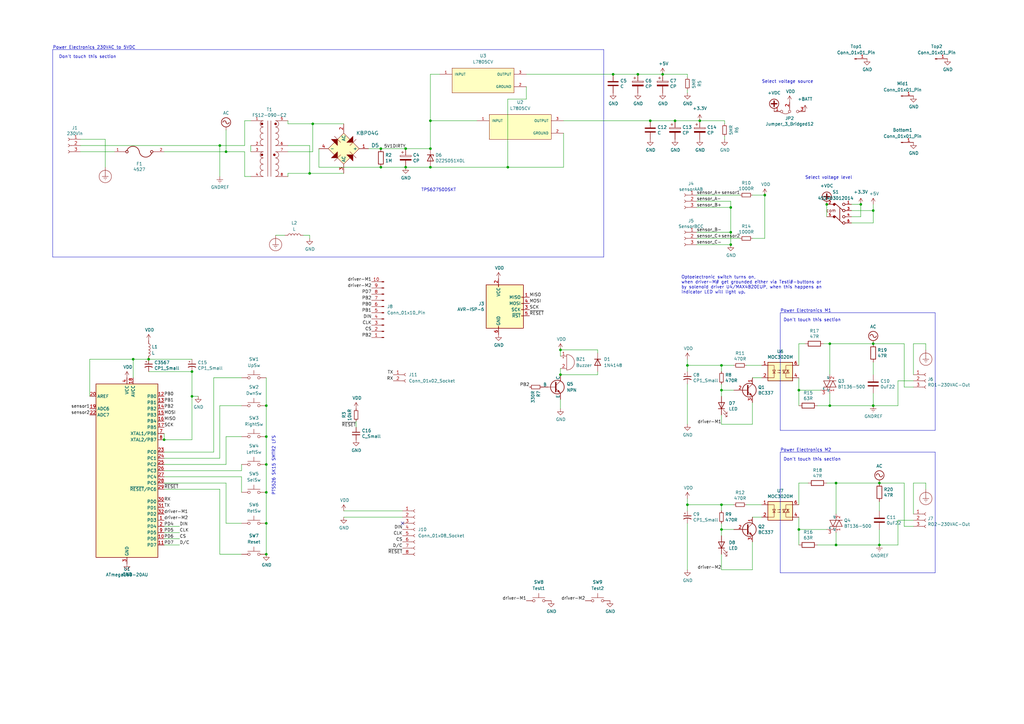
<source format=kicad_sch>
(kicad_sch (version 20230121) (generator eeschema)
  (paper "A3")
  (title_block (title "Varajaamonitori") (date "2020-10-05"))
  (lib_symbols
    (symbol "452403012014:452403012014" (pin_names (offset 1.016))
      (property "Reference" "S" (at 0 5.08 0))
      (property "Value" "452403012014" (at 0 -8.89 0))
      (symbol "452403012014_0_0"
        (text "com" (at -3.302 0 0) (effects (font (size 1.27 1.27))))
        (pin passive line (at 5.08 2.54 180) (length 2.54) (name "~") (number "1"))
        (pin passive line (at -5.08 2.54 0) (length 2.54) (name "~") (number "2"))
        (pin passive line (at 5.08 0 180) (length 2.54) (name "~") (number "3"))
        (pin passive line (at 5.08 -2.54 180) (length 2.54) (name "~") (number "4"))
        (pin passive line (at -5.08 -2.54 0) (length 2.54) (name "~") (number "5"))
        (pin passive line (at 5.08 -5.08 180) (length 2.54) (name "~") (number "6"))
      )
    )
    (symbol "Connector:AVR-ISP-6" (pin_names (offset 1.016))
      (property "Reference" "J" (at -6.35 11.43 0))
      (property "Value" "AVR-ISP-6" (at 0 11.43 0))
      (symbol "AVR-ISP-6_1_1"
        (pin passive line (at 10.16 5.08 180) (length 2.54) (name "MISO") (number "1"))
        (pin passive line (at -2.54 12.7 270) (length 2.54) (name "VCC") (number "2"))
        (pin passive line (at 10.16 0 180) (length 2.54) (name "SCK") (number "3"))
        (pin passive line (at 10.16 2.54 180) (length 2.54) (name "MOSI") (number "4"))
        (pin passive line (at 10.16 -2.54 180) (length 2.54) (name "~{RST}") (number "5"))
        (pin passive line (at -2.54 -10.16 90) (length 2.54) (name "GND") (number "6"))
      )
    )
    (symbol "Connector:Conn_01x01_Pin" (pin_names (offset 1.016) hide)
      (property "Reference" "J" (at 0 2.54 0))
      (property "Value" "Conn_01x01_Pin" (at 0 -2.54 0))
      (symbol "Conn_01x01_Pin_1_1"
        (pin passive line (at 5.08 0 180) (length 3.81) (name "Pin_1") (number "1"))
      )
    )
    (symbol "Connector:Conn_01x02_Socket" (pin_names (offset 1.016) hide)
      (property "Reference" "J" (at 0 2.54 0))
      (property "Value" "Conn_01x02_Socket" (at 0 -5.08 0))
      (symbol "Conn_01x02_Socket_1_1"
        (pin passive line (at -5.08 0 0) (length 3.81) (name "Pin_1") (number "1"))
        (pin passive line (at -5.08 -2.54 0) (length 3.81) (name "Pin_2") (number "2"))
      )
    )
    (symbol "Connector:Conn_01x03_Female" (pin_names (offset 1.016) hide)
      (property "Reference" "J" (at 0 5.08 0))
      (property "Value" "Connector_Conn_01x03_Female" (at 0 -5.08 0))
      (symbol "Conn_01x03_Female_1_1"
        (pin passive line (at -5.08 2.54 0) (length 3.81) (name "Pin_1") (number "1"))
        (pin passive line (at -5.08 0 0) (length 3.81) (name "Pin_2") (number "2"))
        (pin passive line (at -5.08 -2.54 0) (length 3.81) (name "Pin_3") (number "3"))
      )
    )
    (symbol "Connector:Conn_01x08_Socket" (pin_names (offset 1.016) hide)
      (property "Reference" "J" (at 0 10.16 0))
      (property "Value" "Conn_01x08_Socket" (at 0 -12.7 0))
      (symbol "Conn_01x08_Socket_1_1"
        (pin passive line (at -5.08 7.62 0) (length 3.81) (name "Pin_1") (number "1"))
        (pin passive line (at -5.08 5.08 0) (length 3.81) (name "Pin_2") (number "2"))
        (pin passive line (at -5.08 2.54 0) (length 3.81) (name "Pin_3") (number "3"))
        (pin passive line (at -5.08 0 0) (length 3.81) (name "Pin_4") (number "4"))
        (pin passive line (at -5.08 -2.54 0) (length 3.81) (name "Pin_5") (number "5"))
        (pin passive line (at -5.08 -5.08 0) (length 3.81) (name "Pin_6") (number "6"))
        (pin passive line (at -5.08 -7.62 0) (length 3.81) (name "Pin_7") (number "7"))
        (pin passive line (at -5.08 -10.16 0) (length 3.81) (name "Pin_8") (number "8"))
      )
    )
    (symbol "Connector:Conn_01x10_Pin" (pin_names (offset 1.016) hide)
      (property "Reference" "J" (at 0 12.7 0))
      (property "Value" "Conn_01x10_Pin" (at 0 -15.24 0))
      (symbol "Conn_01x10_Pin_1_1"
        (pin passive line (at 5.08 10.16 180) (length 3.81) (name "Pin_1") (number "1"))
        (pin passive line (at 5.08 -12.7 180) (length 3.81) (name "Pin_10") (number "10"))
        (pin passive line (at 5.08 7.62 180) (length 3.81) (name "Pin_2") (number "2"))
        (pin passive line (at 5.08 5.08 180) (length 3.81) (name "Pin_3") (number "3"))
        (pin passive line (at 5.08 2.54 180) (length 3.81) (name "Pin_4") (number "4"))
        (pin passive line (at 5.08 0 180) (length 3.81) (name "Pin_5") (number "5"))
        (pin passive line (at 5.08 -2.54 180) (length 3.81) (name "Pin_6") (number "6"))
        (pin passive line (at 5.08 -5.08 180) (length 3.81) (name "Pin_7") (number "7"))
        (pin passive line (at 5.08 -7.62 180) (length 3.81) (name "Pin_8") (number "8"))
        (pin passive line (at 5.08 -10.16 180) (length 3.81) (name "Pin_9") (number "9"))
      )
    )
    (symbol "Device:Buzzer" (pin_names (offset 0.0254) hide)
      (property "Reference" "BZ" (at 3.81 1.27 0))
      (property "Value" "Buzzer" (at 3.81 -1.27 0))
      (symbol "Buzzer_1_1"
        (pin passive line (at -2.54 2.54 0) (length 2.54) (name "-") (number "1"))
        (pin passive line (at -2.54 -2.54 0) (length 2.54) (name "+") (number "2"))
      )
    )
    (symbol "Device:C" (pin_numbers hide) (pin_names (offset 0.254))
      (property "Reference" "C" (at 0.635 2.54 0))
      (property "Value" "C" (at 0.635 -2.54 0))
      (symbol "C_1_1"
        (pin passive line (at 0 3.81 270) (length 2.794) (name "~") (number "1"))
        (pin passive line (at 0 -3.81 90) (length 2.794) (name "~") (number "2"))
      )
    )
    (symbol "Device:C_Small" (pin_numbers hide) (pin_names (offset 0.254) hide)
      (property "Reference" "C" (at 0.254 1.778 0))
      (property "Value" "C_Small" (at 0.254 -2.032 0))
      (symbol "C_Small_1_1"
        (pin passive line (at 0 2.54 270) (length 2.032) (name "~") (number "1"))
        (pin passive line (at 0 -2.54 90) (length 2.032) (name "~") (number "2"))
      )
    )
    (symbol "Device:L" (pin_numbers hide) (pin_names (offset 1.016) hide)
      (property "Reference" "L" (at -1.27 0 90))
      (property "Value" "L" (at 1.905 0 90))
      (symbol "L_1_1"
        (pin passive line (at 0 3.81 270) (length 1.27) (name "1") (number "1"))
        (pin passive line (at 0 -3.81 90) (length 1.27) (name "2") (number "2"))
      )
    )
    (symbol "Device:LED" (pin_numbers hide) (pin_names (offset 1.016) hide)
      (property "Reference" "D" (at 0 2.54 0))
      (property "Value" "LED" (at 0 -2.54 0))
      (symbol "LED_1_1"
        (pin passive line (at -3.81 0 0) (length 2.54) (name "K") (number "1"))
        (pin passive line (at 3.81 0 180) (length 2.54) (name "A") (number "2"))
      )
    )
    (symbol "Device:R" (pin_numbers hide) (pin_names (offset 0))
      (property "Reference" "R" (at 2.032 0 90))
      (property "Value" "R" (at 0 0 90))
      (symbol "R_1_1"
        (pin passive line (at 0 3.81 270) (length 1.27) (name "~") (number "1"))
        (pin passive line (at 0 -3.81 90) (length 1.27) (name "~") (number "2"))
      )
    )
    (symbol "Device:R_Small" (pin_numbers hide) (pin_names (offset 0.254) hide)
      (property "Reference" "R" (at 0.762 0.508 0))
      (property "Value" "R_Small" (at 0.762 -1.016 0))
      (symbol "R_Small_1_1"
        (pin passive line (at 0 2.54 270) (length 0.762) (name "~") (number "1"))
        (pin passive line (at 0 -2.54 90) (length 0.762) (name "~") (number "2"))
      )
    )
    (symbol "Diode:1N4148" (pin_numbers hide) (pin_names hide)
      (property "Reference" "D" (at 0 2.54 0))
      (property "Value" "1N4148" (at 0 -2.54 0))
      (symbol "1N4148_1_1"
        (pin passive line (at -3.81 0 0) (length 2.54) (name "K") (number "1"))
        (pin passive line (at 3.81 0 180) (length 2.54) (name "A") (number "2"))
      )
    )
    (symbol "Diode:DZ2S051X0L" (pin_numbers hide) (pin_names hide)
      (property "Reference" "D" (at 0 2.54 0))
      (property "Value" "DZ2S051X0L" (at 0 -2.54 0))
      (symbol "DZ2S051X0L_1_1"
        (pin passive line (at -3.81 0 0) (length 2.54) (name "K") (number "1"))
        (pin passive line (at 3.81 0 180) (length 2.54) (name "A") (number "2"))
      )
    )
    (symbol "FS12-090-C2:FS12-090-C2" (pin_names (offset 1.016) hide)
      (property "Reference" "T" (at -5.1054 12.7254 0))
      (property "Value" "FS12-090-C2" (at -5.08 -15.24 0))
      (symbol "FS12-090-C2_0_0"
        (pin passive line (at -7.62 10.16 0) (length 5.08) (name "~") (number "1"))
        (pin passive line (at -7.62 0 0) (length 5.08) (name "~") (number "2"))
        (pin passive line (at -7.62 -2.54 0) (length 5.08) (name "~") (number "3"))
        (pin passive line (at -7.62 -12.7 0) (length 5.08) (name "~") (number "4"))
        (pin passive line (at 7.62 10.16 180) (length 5.08) (name "~") (number "5"))
        (pin passive line (at 7.62 0 180) (length 5.08) (name "~") (number "6"))
        (pin passive line (at 7.62 -2.54 180) (length 5.08) (name "~") (number "7"))
        (pin passive line (at 7.62 -12.7 180) (length 5.08) (name "~") (number "8"))
      )
    )
    (symbol "L7805CV:L7805CV" (pin_names (offset 1.016))
      (property "Reference" "U" (at -12.7 5.842 0))
      (property "Value" "L7805CV" (at -12.7 -7.62 0))
      (symbol "L7805CV_0_0"
        (pin input line (at -17.78 2.54 0) (length 5.08) (name "INPUT") (number "1"))
        (pin power_in line (at 17.78 -2.54 180) (length 5.08) (name "GROUND") (number "2"))
        (pin output line (at 17.78 2.54 180) (length 5.08) (name "OUTPUT") (number "3"))
      )
    )
    (symbol "Relay_SolidState:MOC3020M"
      (property "Reference" "U" (at -5.334 4.826 0))
      (property "Value" "MOC3020M" (at 0 5.08 0))
      (symbol "MOC3020M_1_1"
        (pin passive line (at -7.62 2.54 0) (length 2.54) (name "~") (number "1"))
        (pin passive line (at -7.62 -2.54 0) (length 2.54) (name "~") (number "2"))
        (pin no_connect line (at -5.08 0 0) (length 2.54) hide (name "NC") (number "3"))
        (pin passive line (at 7.62 -2.54 180) (length 2.54) (name "~") (number "4"))
        (pin no_connect line (at 5.08 0 180) (length 2.54) hide (name "NC") (number "5"))
        (pin passive line (at 7.62 2.54 180) (length 2.54) (name "~") (number "6"))
      )
    )
    (symbol "Simulation_SPICE:NPN" (pin_numbers hide) (pin_names (offset 0))
      (property "Reference" "Q" (at -2.54 7.62 0))
      (property "Value" "NPN" (at -2.54 5.08 0))
      (symbol "NPN_1_1"
        (pin open_collector line (at 2.54 5.08 270) (length 2.54) (name "C") (number "1"))
        (pin input line (at -5.08 0 0) (length 2.54) (name "B") (number "2"))
        (pin open_emitter line (at 2.54 -5.08 90) (length 2.54) (name "E") (number "3"))
      )
    )
    (symbol "Switch:SW_Push" (pin_numbers hide) (pin_names (offset 1.016) hide)
      (property "Reference" "SW" (at 1.27 2.54 0))
      (property "Value" "SW_Push" (at 0 -1.524 0))
      (symbol "SW_Push_0_1"
        (pin passive line (at -5.08 0 0) (length 2.54) (name "1") (number "1"))
        (pin passive line (at 5.08 0 180) (length 2.54) (name "2") (number "2"))
      )
    )
    (symbol "Transistor_BJT:BC337" (pin_names (offset 0) hide)
      (property "Reference" "Q" (at 5.08 1.905 0))
      (property "Value" "BC337" (at 5.08 0 0))
      (symbol "BC337_1_1"
        (pin passive line (at 2.54 5.08 270) (length 2.54) (name "C") (number "1"))
        (pin input line (at -5.08 0 0) (length 5.08) (name "B") (number "2"))
        (pin passive line (at 2.54 -5.08 90) (length 2.54) (name "E") (number "3"))
      )
    )
    (symbol "Triac_Thyristor:BT136-500" (pin_names (offset 0))
      (property "Reference" "Q" (at 5.08 1.905 0))
      (property "Value" "BT136-500" (at 5.08 0 0))
      (symbol "BT136-500_1_1"
        (pin passive line (at 0 -3.81 90) (length 2.54) (name "A1") (number "1"))
        (pin passive line (at 0 3.81 270) (length 2.54) (name "A2") (number "2"))
        (pin input line (at -3.81 -2.54 0) (length 2.54) (name "G") (number "3"))
      )
    )
    (symbol "power:+3.3V" (power) (pin_names (offset 0))
      (property "Value" "+3.3V" (at 0 3.556 0))
      (symbol "+3.3V_1_1"
        (pin power_in line (at 0 0 90) (length 0) hide (name "+3.3V") (number "1"))
      )
    )
    (symbol "power:+5V" (power) (pin_names (offset 0))
      (property "Value" "+5V" (at 0 3.556 0))
      (symbol "+5V_1_1"
        (pin power_in line (at 0 0 90) (length 0) hide (name "+5V") (number "1"))
      )
    )
    (symbol "power:+BATT" (power) (pin_names (offset 0))
      (property "Value" "+BATT" (at 0 3.556 0))
      (symbol "+BATT_1_1"
        (pin power_in line (at 0 0 90) (length 0) hide (name "+BATT") (number "1"))
      )
    )
    (symbol "power:+VDC" (power) (pin_names (offset 0))
      (property "Value" "+VDC" (at 0 6.35 0))
      (symbol "+VDC_1_1"
        (pin power_in line (at 0 0 90) (length 0) hide (name "+VDC") (number "1"))
      )
    )
    (symbol "power:AC" (power) (pin_names (offset 0))
      (property "Value" "AC" (at 0 6.35 0))
      (symbol "AC_1_1"
        (pin power_in line (at 0 0 90) (length 0) hide (name "AC") (number "1"))
      )
    )
    (symbol "power:Earth_Protective" (power) (pin_names (offset 0))
      (symbol "Earth_Protective_1_1"
        (pin power_in line (at 0 0 270) (length 0) hide (name "Earth_Protective") (number "1"))
      )
    )
    (symbol "power:GND" (power) (pin_names (offset 0))
      (property "Value" "GND" (at 0 -3.81 0))
      (symbol "GND_1_1"
        (pin power_in line (at 0 0 270) (length 0) hide (name "GND") (number "1"))
      )
    )
    (symbol "power:GNDREF" (power) (pin_names (offset 0))
      (property "Value" "GNDREF" (at 0 -3.81 0))
      (symbol "GNDREF_1_1"
        (pin power_in line (at 0 0 270) (length 0) hide (name "GNDREF") (number "1"))
      )
    )
    (symbol "power:VDD" (power) (pin_names (offset 0))
      (property "Value" "VDD" (at 0 3.81 0))
      (symbol "VDD_1_1"
        (pin power_in line (at 0 0 90) (length 0) hide (name "VDD") (number "1"))
      )
    )
    (symbol "varaajamonitori-rescue:4527-4527" (pin_names (offset 1.016) hide)
      (property "Reference" "F" (at -5.08 2.54 0))
      (property "Value" "4527-4527" (at -5.08 -5.08 0))
      (symbol "4527-4527_0_0"
        (pin passive line (at -10.16 0 0) (length 2.54) (name "~") (number "1"))
        (pin passive line (at 10.16 0 180) (length 2.54) (name "~") (number "2"))
      )
    )
    (symbol "varaajamonitori-rescue:ATmega168-20AU-MCU_Microchip_ATmega"
      (property "Reference" "U" (at -12.7 36.83 0))
      (property "Value" "ATmega168-20AU-MCU_Microchip_ATmega" (at 2.54 -36.83 0))
      (symbol "ATmega168-20AU-MCU_Microchip_ATmega_1_1"
        (pin bidirectional line (at 15.24 -20.32 180) (length 2.54) (name "PD3") (number "1"))
        (pin bidirectional line (at 15.24 -27.94 180) (length 2.54) (name "PD6") (number "10"))
        (pin bidirectional line (at 15.24 -30.48 180) (length 2.54) (name "PD7") (number "11"))
        (pin bidirectional line (at 15.24 30.48 180) (length 2.54) (name "PB0") (number "12"))
        (pin bidirectional line (at 15.24 27.94 180) (length 2.54) (name "PB1") (number "13"))
        (pin bidirectional line (at 15.24 25.4 180) (length 2.54) (name "PB2") (number "14"))
        (pin bidirectional line (at 15.24 22.86 180) (length 2.54) (name "PB3") (number "15"))
        (pin bidirectional line (at 15.24 20.32 180) (length 2.54) (name "PB4") (number "16"))
        (pin bidirectional line (at 15.24 17.78 180) (length 2.54) (name "PB5") (number "17"))
        (pin power_in line (at 2.54 38.1 270) (length 2.54) (name "AVCC") (number "18"))
        (pin input line (at -15.24 25.4 0) (length 2.54) (name "ADC6") (number "19"))
        (pin bidirectional line (at 15.24 -22.86 180) (length 2.54) (name "PD4") (number "2"))
        (pin passive line (at -15.24 30.48 0) (length 2.54) (name "AREF") (number "20"))
        (pin passive line (at 0 -38.1 90) (length 2.54) hide (name "GND") (number "21"))
        (pin input line (at -15.24 22.86 0) (length 2.54) (name "ADC7") (number "22"))
        (pin bidirectional line (at 15.24 7.62 180) (length 2.54) (name "PC0") (number "23"))
        (pin bidirectional line (at 15.24 5.08 180) (length 2.54) (name "PC1") (number "24"))
        (pin bidirectional line (at 15.24 2.54 180) (length 2.54) (name "PC2") (number "25"))
        (pin bidirectional line (at 15.24 0 180) (length 2.54) (name "PC3") (number "26"))
        (pin bidirectional line (at 15.24 -2.54 180) (length 2.54) (name "PC4") (number "27"))
        (pin bidirectional line (at 15.24 -5.08 180) (length 2.54) (name "PC5") (number "28"))
        (pin bidirectional line (at 15.24 -7.62 180) (length 2.54) (name "~{RESET}/PC6") (number "29"))
        (pin power_in line (at 0 -38.1 90) (length 2.54) (name "GND") (number "3"))
        (pin bidirectional line (at 15.24 -12.7 180) (length 2.54) (name "PD0") (number "30"))
        (pin bidirectional line (at 15.24 -15.24 180) (length 2.54) (name "PD1") (number "31"))
        (pin bidirectional line (at 15.24 -17.78 180) (length 2.54) (name "PD2") (number "32"))
        (pin power_in line (at 0 38.1 270) (length 2.54) (name "VCC") (number "4"))
        (pin passive line (at 0 -38.1 90) (length 2.54) hide (name "GND") (number "5"))
        (pin passive line (at 0 38.1 270) (length 2.54) hide (name "VCC") (number "6"))
        (pin bidirectional line (at 15.24 15.24 180) (length 2.54) (name "XTAL1/PB6") (number "7"))
        (pin bidirectional line (at 15.24 12.7 180) (length 2.54) (name "XTAL2/PB7") (number "8"))
        (pin bidirectional line (at 15.24 -25.4 180) (length 2.54) (name "PD5") (number "9"))
      )
    )
    (symbol "varaajamonitori-rescue:CP-Device" (pin_numbers hide) (pin_names (offset 0.254))
      (property "Reference" "C" (at 0.635 2.54 0))
      (property "Value" "CP-Device" (at 0.635 -2.54 0))
      (symbol "CP-Device_1_1"
        (pin passive line (at 0 3.81 270) (length 2.794) (name "~") (number "1"))
        (pin passive line (at 0 -3.81 90) (length 2.794) (name "~") (number "2"))
      )
    )
    (symbol "varaajamonitori-rescue:CP1_Small-Device" (pin_numbers hide) (pin_names (offset 0.254) hide)
      (property "Reference" "C" (at 0.254 1.778 0))
      (property "Value" "CP1_Small-Device" (at 0.254 -2.032 0))
      (symbol "CP1_Small-Device_1_1"
        (pin passive line (at 0 2.54 270) (length 2.032) (name "~") (number "1"))
        (pin passive line (at 0 -2.54 90) (length 2.032) (name "~") (number "2"))
      )
    )
    (symbol "varaajamonitori-rescue:Jumper_3_Bridged12-Jumper" (pin_names (offset 0) hide)
      (property "Reference" "JP" (at -2.54 -2.54 0))
      (property "Value" "Jumper_3_Bridged12-Jumper" (at 0 2.794 0))
      (symbol "Jumper_3_Bridged12-Jumper_1_1"
        (pin passive line (at -6.35 0 0) (length 2.54) (name "A") (number "1"))
        (pin input line (at 0 -3.81 90) (length 2.54) (name "C") (number "2"))
        (pin passive line (at 6.35 0 180) (length 2.54) (name "B") (number "3"))
      )
    )
    (symbol "varaajamonitori-rescue:KBP04G-dk_Diodes-Bridge-Rectifiers" (pin_names (offset 0.762))
      (property "Reference" "D" (at -7.62 6.35 0))
      (property "Value" "KBP04G-dk_Diodes-Bridge-Rectifiers" (at 1.27 -7.62 0))
      (symbol "KBP04G-dk_Diodes-Bridge-Rectifiers_1_1"
        (pin power_out line (at 10.16 0 180) (length 3.81) (name "+") (number "1"))
        (pin power_in line (at 0 10.16 270) (length 3.81) (name "AC") (number "2"))
        (pin power_in line (at 0 -10.16 90) (length 3.81) (name "AC") (number "3"))
        (pin power_out line (at -10.16 0 0) (length 3.81) (name "-") (number "4"))
      )
    )
  )
  (junction (at 156.21 68.58))
  (junction (at 342.9 223.52))
  (junction (at 276.86 49.53))
  (junction (at 92.71 62.23))
  (junction (at 313.69 80.01))
  (junction (at 342.9 198.12))
  (junction (at 266.7 49.53))
  (junction (at 176.53 49.53))
  (junction (at 109.22 214.63))
  (junction (at 295.91 160.02))
  (junction (at 299.72 85.09))
  (junction (at 360.68 223.52))
  (junction (at 229.87 153.67))
  (junction (at 353.06 83.82))
  (junction (at 208.28 68.58))
  (junction (at 156.21 60.96))
  (junction (at 109.22 179.07))
  (junction (at 358.14 140.97))
  (junction (at 327.66 160.02))
  (junction (at 340.36 166.37))
  (junction (at 229.87 143.51))
  (junction (at 90.17 59.69))
  (junction (at 287.02 49.53))
  (junction (at 358.14 86.36))
  (junction (at 261.62 30.48))
  (junction (at 295.91 149.86))
  (junction (at 251.46 30.48))
  (junction (at 360.68 198.12))
  (junction (at 78.74 162.56))
  (junction (at 166.37 68.58))
  (junction (at 176.53 68.58))
  (junction (at 166.37 60.96))
  (junction (at 339.09 83.82))
  (junction (at 281.94 207.01))
  (junction (at 176.53 60.96))
  (junction (at 60.96 147.32))
  (junction (at 109.22 166.37))
  (junction (at 327.66 217.17))
  (junction (at 281.94 149.86))
  (junction (at 109.22 227.33))
  (junction (at 271.78 30.48))
  (junction (at 127 71.12))
  (junction (at 358.14 166.37))
  (junction (at 54.61 147.32))
  (junction (at 67.31 180.34))
  (junction (at 299.72 100.33))
  (junction (at 78.74 152.4))
  (junction (at 109.22 201.93))
  (junction (at 295.91 207.01))
  (junction (at 295.91 217.17))
  (junction (at 340.36 140.97))
  (junction (at 109.22 190.5))
  (junction (at 128.27 50.8))
  (junction (at 299.72 95.25))
  (no_connect (at 165.1 214.63))
  (wire (pts (xy 360.68 223.52) (xy 368.3 223.52)))
  (wire (pts (xy 54.61 147.32) (xy 60.96 147.32)))
  (wire (pts (xy 308.61 212.09) (xy 312.42 212.09)))
  (wire (pts (xy 368.3 213.36) (xy 374.65 213.36)))
  (wire (pts (xy 128.27 62.23) (xy 128.27 50.8)))
  (wire (pts (xy 99.06 193.04) (xy 67.31 193.04)))
  (wire (pts (xy 99.06 195.58) (xy 67.31 195.58)))
  (wire (pts (xy 308.61 173.99) (xy 295.91 173.99)))
  (wire (pts (xy 276.86 49.53) (xy 287.02 49.53)))
  (wire (pts (xy 109.22 214.63) (xy 109.22 227.33)))
  (wire (pts (xy 92.71 214.63) (xy 92.71 198.12)))
  (wire (pts (xy 300.99 207.01) (xy 295.91 207.01)))
  (wire (pts (xy 229.87 143.51) (xy 245.11 143.51)))
  (wire (pts (xy 90.17 200.66) (xy 90.17 227.33)))
  (wire (pts (xy 166.37 60.96) (xy 176.53 60.96)))
  (wire (pts (xy 285.75 82.55) (xy 299.72 82.55)))
  (wire (pts (xy 67.31 218.44) (xy 73.66 218.44)))
  (wire (pts (xy 358.14 153.67) (xy 358.14 148.59)))
  (wire (pts (xy 99.06 201.93) (xy 99.06 195.58)))
  (wire (pts (xy 281.94 30.48) (xy 271.78 30.48)))
  (wire (pts (xy 36.83 147.32) (xy 36.83 162.56)))
  (wire (pts (xy 353.06 88.9) (xy 353.06 83.82)))
  (wire (pts (xy 281.94 207.01) (xy 281.94 209.55)))
  (wire (pts (xy 109.22 166.37) (xy 109.22 179.07)))
  (wire (pts (xy 130.81 60.96) (xy 130.81 68.58)))
  (polyline (pts (xy 247.65 105.41) (xy 247.65 20.32)))
  (wire (pts (xy 36.83 147.32) (xy 54.61 147.32)))
  (wire (pts (xy 285.75 95.25) (xy 299.72 95.25)))
  (wire (pts (xy 92.71 190.5) (xy 67.31 190.5)))
  (wire (pts (xy 100.33 62.23) (xy 100.33 72.39)))
  (wire (pts (xy 99.06 190.5) (xy 99.06 193.04)))
  (wire (pts (xy 308.61 165.1) (xy 308.61 173.99)))
  (wire (pts (xy 281.94 147.32) (xy 281.94 149.86)))
  (wire (pts (xy 140.97 209.55) (xy 165.1 209.55)))
  (wire (pts (xy 92.71 53.34) (xy 92.71 62.23)))
  (polyline (pts (xy 320.04 128.27) (xy 383.54 128.27)))
  (wire (pts (xy 102.87 49.53) (xy 100.33 49.53)))
  (wire (pts (xy 67.31 177.8) (xy 67.31 180.34)))
  (polyline (pts (xy 320.04 185.42) (xy 383.54 185.42)))
  (wire (pts (xy 261.62 30.48) (xy 271.78 30.48)))
  (wire (pts (xy 297.18 55.88) (xy 297.18 57.15)))
  (wire (pts (xy 128.27 50.8) (xy 140.97 50.8)))
  (wire (pts (xy 208.28 40.64) (xy 208.28 68.58)))
  (wire (pts (xy 370.84 215.9) (xy 374.65 215.9)))
  (wire (pts (xy 215.9 40.64) (xy 208.28 40.64)))
  (wire (pts (xy 245.11 153.67) (xy 245.11 152.4)))
  (wire (pts (xy 281.94 204.47) (xy 281.94 207.01)))
  (wire (pts (xy 109.22 190.5) (xy 109.22 201.93)))
  (wire (pts (xy 176.53 68.58) (xy 208.28 68.58)))
  (wire (pts (xy 287.02 49.53) (xy 297.18 49.53)))
  (wire (pts (xy 229.87 153.67) (xy 245.11 153.67)))
  (wire (pts (xy 299.72 85.09) (xy 299.72 95.25)))
  (wire (pts (xy 67.31 180.34) (xy 78.74 180.34)))
  (wire (pts (xy 374.65 140.97) (xy 379.73 140.97)))
  (wire (pts (xy 340.36 166.37) (xy 335.28 166.37)))
  (wire (pts (xy 327.66 140.97) (xy 327.66 149.86)))
  (wire (pts (xy 349.25 83.82) (xy 353.06 83.82)))
  (wire (pts (xy 339.09 83.82) (xy 339.09 88.9)))
  (wire (pts (xy 215.9 35.56) (xy 215.9 40.64)))
  (wire (pts (xy 166.37 68.58) (xy 176.53 68.58)))
  (wire (pts (xy 340.36 161.29) (xy 340.36 166.37)))
  (wire (pts (xy 370.84 140.97) (xy 370.84 158.75)))
  (wire (pts (xy 90.17 166.37) (xy 90.17 187.96)))
  (wire (pts (xy 327.66 217.17) (xy 327.66 223.52)))
  (wire (pts (xy 299.72 82.55) (xy 299.72 85.09)))
  (wire (pts (xy 300.99 149.86) (xy 295.91 149.86)))
  (wire (pts (xy 140.97 212.09) (xy 165.1 212.09)))
  (wire (pts (xy 285.75 85.09) (xy 299.72 85.09)))
  (wire (pts (xy 370.84 198.12) (xy 370.84 215.9)))
  (wire (pts (xy 281.94 31.75) (xy 281.94 30.48)))
  (wire (pts (xy 297.18 50.8) (xy 297.18 49.53)))
  (wire (pts (xy 127 59.69) (xy 127 71.12)))
  (wire (pts (xy 231.14 54.61) (xy 231.14 68.58)))
  (wire (pts (xy 113.03 96.52) (xy 116.84 96.52)))
  (wire (pts (xy 176.53 30.48) (xy 176.53 49.53)))
  (wire (pts (xy 358.14 86.36) (xy 358.14 83.82)))
  (wire (pts (xy 312.42 154.94) (xy 308.61 154.94)))
  (wire (pts (xy 67.31 62.23) (xy 92.71 62.23)))
  (wire (pts (xy 299.72 95.25) (xy 299.72 100.33)))
  (wire (pts (xy 60.96 152.4) (xy 78.74 152.4)))
  (polyline (pts (xy 383.54 176.53) (xy 320.04 176.53)))
  (wire (pts (xy 281.94 36.83) (xy 281.94 38.1)))
  (wire (pts (xy 308.61 80.01) (xy 313.69 80.01)))
  (wire (pts (xy 118.11 50.8) (xy 118.11 49.53)))
  (wire (pts (xy 340.36 140.97) (xy 337.82 140.97)))
  (wire (pts (xy 313.69 80.01) (xy 313.69 97.79)))
  (wire (pts (xy 67.31 223.52) (xy 73.66 223.52)))
  (wire (pts (xy 251.46 30.48) (xy 261.62 30.48)))
  (wire (pts (xy 130.81 68.58) (xy 156.21 68.58)))
  (wire (pts (xy 109.22 201.93) (xy 109.22 214.63)))
  (wire (pts (xy 360.68 217.17) (xy 360.68 223.52)))
  (wire (pts (xy 295.91 160.02) (xy 295.91 162.56)))
  (wire (pts (xy 295.91 149.86) (xy 295.91 152.4)))
  (wire (pts (xy 67.31 220.98) (xy 73.66 220.98)))
  (polyline (pts (xy 383.54 234.95) (xy 320.04 234.95)))
  (wire (pts (xy 281.94 149.86) (xy 295.91 149.86)))
  (wire (pts (xy 99.06 154.94) (xy 87.63 154.94)))
  (wire (pts (xy 340.36 140.97) (xy 340.36 153.67)))
  (wire (pts (xy 54.61 147.32) (xy 54.61 154.94)))
  (wire (pts (xy 90.17 59.69) (xy 90.17 72.39)))
  (polyline (pts (xy 383.54 185.42) (xy 383.54 234.95)))
  (wire (pts (xy 300.99 160.02) (xy 295.91 160.02)))
  (wire (pts (xy 176.53 49.53) (xy 176.53 60.96)))
  (polyline (pts (xy 320.04 234.95) (xy 320.04 185.42)))
  (wire (pts (xy 358.14 166.37) (xy 340.36 166.37)))
  (wire (pts (xy 231.14 49.53) (xy 266.7 49.53)))
  (wire (pts (xy 349.25 88.9) (xy 353.06 88.9)))
  (wire (pts (xy 176.53 49.53) (xy 195.58 49.53)))
  (wire (pts (xy 342.9 218.44) (xy 342.9 223.52)))
  (wire (pts (xy 92.71 62.23) (xy 100.33 62.23)))
  (wire (pts (xy 368.3 156.21) (xy 374.65 156.21)))
  (wire (pts (xy 127 59.69) (xy 118.11 59.69)))
  (wire (pts (xy 127 96.52) (xy 127 97.79)))
  (wire (pts (xy 295.91 217.17) (xy 295.91 219.71)))
  (wire (pts (xy 176.53 30.48) (xy 180.34 30.48)))
  (wire (pts (xy 90.17 187.96) (xy 67.31 187.96)))
  (wire (pts (xy 109.22 179.07) (xy 109.22 190.5)))
  (wire (pts (xy 374.65 198.12) (xy 379.73 198.12)))
  (wire (pts (xy 102.87 59.69) (xy 102.87 62.23)))
  (wire (pts (xy 295.91 207.01) (xy 295.91 209.55)))
  (wire (pts (xy 146.05 172.72) (xy 146.05 175.26)))
  (wire (pts (xy 99.06 179.07) (xy 92.71 179.07)))
  (wire (pts (xy 360.68 209.55) (xy 360.68 205.74)))
  (wire (pts (xy 33.02 59.69) (xy 90.17 59.69)))
  (polyline (pts (xy 247.65 20.32) (xy 21.59 20.32)))
  (wire (pts (xy 67.31 215.9) (xy 73.66 215.9)))
  (wire (pts (xy 78.74 180.34) (xy 78.74 162.56)))
  (wire (pts (xy 229.87 151.13) (xy 229.87 153.67)))
  (wire (pts (xy 358.14 140.97) (xy 340.36 140.97)))
  (wire (pts (xy 285.75 97.79) (xy 303.53 97.79)))
  (wire (pts (xy 43.18 57.15) (xy 43.18 68.58)))
  (wire (pts (xy 374.65 198.12) (xy 374.65 210.82)))
  (wire (pts (xy 99.06 214.63) (xy 92.71 214.63)))
  (wire (pts (xy 33.02 57.15) (xy 43.18 57.15)))
  (wire (pts (xy 87.63 154.94) (xy 87.63 185.42)))
  (wire (pts (xy 245.11 143.51) (xy 245.11 144.78)))
  (wire (pts (xy 67.31 200.66) (xy 90.17 200.66)))
  (wire (pts (xy 349.25 86.36) (xy 358.14 86.36)))
  (wire (pts (xy 358.14 161.29) (xy 358.14 166.37)))
  (wire (pts (xy 313.69 97.79) (xy 308.61 97.79)))
  (wire (pts (xy 109.22 154.94) (xy 109.22 166.37)))
  (wire (pts (xy 379.73 140.97) (xy 379.73 143.51)))
  (wire (pts (xy 118.11 71.12) (xy 127 71.12)))
  (wire (pts (xy 46.99 62.23) (xy 33.02 62.23)))
  (wire (pts (xy 281.94 157.48) (xy 281.94 173.99)))
  (wire (pts (xy 266.7 49.53) (xy 276.86 49.53)))
  (wire (pts (xy 300.99 217.17) (xy 295.91 217.17)))
  (wire (pts (xy 78.74 162.56) (xy 81.28 162.56)))
  (wire (pts (xy 330.2 140.97) (xy 327.66 140.97)))
  (wire (pts (xy 100.33 49.53) (xy 100.33 59.69)))
  (wire (pts (xy 368.3 223.52) (xy 368.3 213.36)))
  (wire (pts (xy 339.09 217.17) (xy 327.66 217.17)))
  (wire (pts (xy 127 71.12) (xy 140.97 71.12)))
  (wire (pts (xy 358.14 140.97) (xy 370.84 140.97)))
  (wire (pts (xy 92.71 179.07) (xy 92.71 190.5)))
  (wire (pts (xy 99.06 166.37) (xy 90.17 166.37)))
  (wire (pts (xy 102.87 72.39) (xy 100.33 72.39)))
  (wire (pts (xy 331.47 198.12) (xy 327.66 198.12)))
  (wire (pts (xy 360.68 198.12) (xy 370.84 198.12)))
  (wire (pts (xy 285.75 80.01) (xy 303.53 80.01)))
  (polyline (pts (xy 320.04 128.27) (xy 320.04 176.53)))
  (wire (pts (xy 379.73 198.12) (xy 379.73 200.66)))
  (wire (pts (xy 231.14 68.58) (xy 208.28 68.58)))
  (wire (pts (xy 360.68 223.52) (xy 342.9 223.52)))
  (wire (pts (xy 370.84 158.75) (xy 374.65 158.75)))
  (wire (pts (xy 336.55 160.02) (xy 327.66 160.02)))
  (wire (pts (xy 92.71 198.12) (xy 67.31 198.12)))
  (wire (pts (xy 124.46 96.52) (xy 127 96.52)))
  (wire (pts (xy 327.66 198.12) (xy 327.66 207.01)))
  (wire (pts (xy 368.3 166.37) (xy 368.3 156.21)))
  (wire (pts (xy 295.91 233.68) (xy 308.61 233.68)))
  (wire (pts (xy 349.25 91.44) (xy 358.14 91.44)))
  (wire (pts (xy 229.87 163.83) (xy 229.87 167.64)))
  (wire (pts (xy 90.17 59.69) (xy 100.33 59.69)))
  (polyline (pts (xy 21.59 105.41) (xy 247.65 105.41)))
  (wire (pts (xy 327.66 154.94) (xy 327.66 160.02)))
  (wire (pts (xy 156.21 68.58) (xy 166.37 68.58)))
  (wire (pts (xy 215.9 30.48) (xy 251.46 30.48)))
  (wire (pts (xy 156.21 60.96) (xy 166.37 60.96)))
  (wire (pts (xy 327.66 212.09) (xy 327.66 217.17)))
  (wire (pts (xy 285.75 100.33) (xy 299.72 100.33)))
  (wire (pts (xy 281.94 207.01) (xy 295.91 207.01)))
  (wire (pts (xy 295.91 227.33) (xy 295.91 233.68)))
  (wire (pts (xy 327.66 160.02) (xy 327.66 166.37)))
  (wire (pts (xy 312.42 149.86) (xy 306.07 149.86)))
  (wire (pts (xy 87.63 185.42) (xy 67.31 185.42)))
  (wire (pts (xy 342.9 223.52) (xy 335.28 223.52)))
  (wire (pts (xy 308.61 233.68) (xy 308.61 222.25)))
  (polyline (pts (xy 383.54 128.27) (xy 383.54 176.53)))
  (wire (pts (xy 229.87 143.51) (xy 229.87 146.05)))
  (wire (pts (xy 60.96 147.32) (xy 78.74 147.32)))
  (wire (pts (xy 281.94 233.68) (xy 281.94 214.63)))
  (wire (pts (xy 342.9 210.82) (xy 342.9 198.12)))
  (wire (pts (xy 118.11 50.8) (xy 128.27 50.8)))
  (wire (pts (xy 358.14 166.37) (xy 368.3 166.37)))
  (wire (pts (xy 295.91 173.99) (xy 295.91 170.18)))
  (wire (pts (xy 78.74 152.4) (xy 78.74 162.56)))
  (wire (pts (xy 295.91 157.48) (xy 295.91 160.02)))
  (wire (pts (xy 295.91 214.63) (xy 295.91 217.17)))
  (wire (pts (xy 358.14 91.44) (xy 358.14 86.36)))
  (wire (pts (xy 151.13 60.96) (xy 156.21 60.96)))
  (polyline (pts (xy 21.59 20.32) (xy 21.59 105.41)))
  (wire (pts (xy 99.06 227.33) (xy 90.17 227.33)))
  (wire (pts (xy 342.9 198.12) (xy 339.09 198.12)))
  (wire (pts (xy 281.94 149.86) (xy 281.94 152.4)))
  (wire (pts (xy 374.65 153.67) (xy 374.65 140.97)))
  (wire (pts (xy 118.11 71.12) (xy 118.11 72.39)))
  (wire (pts (xy 312.42 207.01) (xy 306.07 207.01)))
  (wire (pts (xy 360.68 198.12) (xy 342.9 198.12)))
  (wire (pts (xy 118.11 62.23) (xy 128.27 62.23)))
  (text "Don't touch this section" (at 321.31 132.08 0) (effects (font (size 1.27 1.27)) (justify left bottom)))
  (text "TPS62750DSKT" (at 172.72 78.74 0) (effects (font (size 1.27 1.27)) (justify left bottom)))
  (text "Power Electronics M2" (at 320.04 185.42 0) (effects (font (size 1.27 1.27)) (justify left bottom)))
  (text "Power Electronics M1" (at 320.04 128.27 0) (effects (font (size 1.27 1.27)) (justify left bottom)))
  (text "PTS526 SK15 SMTR2 LFS\n" (at 113.03 203.2 90) (effects (font (size 1.27 1.27)) (justify left bottom)))
  (text "Don't touch this section" (at 321.31 189.23 0) (effects (font (size 1.27 1.27)) (justify left bottom)))
  (text "Don't touch this section" (at 24.13 24.13 0) (effects (font (size 1.27 1.27)) (justify left bottom)))
  (text "Select voltage source" (at 312.42 34.29 0) (effects (font (size 1.27 1.27)) (justify left bottom)))
  (text "Power Electronics 230VAC to 5VDC" (at 21.59 20.32 0) (effects (font (size 1.27 1.27)) (justify left bottom)))
  (text "Select voltage level" (at 330.2 73.66 0) (effects (font (size 1.27 1.27)) (justify left bottom)))
  (text "Optoelectronic switch turns on, \nwhen driver-M# get grounded either via Testi#-buttons or \nby solenoid driver U4/MAX4B20EUP, when this happens an\nindicator LED will light up." (at 279.4 120.65 0) (effects (font (size 1.27 1.27)) (justify left bottom)))
  (label "PB2" (at 152.4 123.19 180))
  (label "RX" (at 161.29 156.21 180))
  (label "sensor_B-" (at 285.75 95.25 0))
  (label "driver-M2" (at 240.03 246.38 180))
  (label "PB2" (at 67.31 167.64 0))
  (label "PB2" (at 152.4 138.43 180))
  (label "driver-M2" (at 295.91 233.68 180))
  (label "sensor1" (at 303.53 80.01 180))
  (label "sensor_A+" (at 285.75 80.01 0))
  (label "PD5" (at 67.31 218.44 0))
  (label "sensor_C+" (at 285.75 97.79 0))
  (label "PB2" (at 217.17 158.75 180))
  (label "CLK" (at 152.4 133.35 180))
  (label "PD6" (at 67.31 220.98 0))
  (label "CLK" (at 165.1 219.71 180))
  (label "driver-M1" (at 67.31 210.82 0))
  (label "DIN" (at 73.66 215.9 0))
  (label "driver-M1" (at 152.4 115.57 180))
  (label "sensor2" (at 303.53 97.79 180))
  (label "DIN" (at 165.1 217.17 180))
  (label "driver-M2" (at 67.31 213.36 0))
  (label "sensor_C-" (at 285.75 100.33 0))
  (label "sensor1" (at 36.83 167.64 180))
  (label "PD7" (at 152.4 120.65 180))
  (label "MOSI" (at 217.17 124.46 0))
  (label "PB1" (at 67.31 165.1 0))
  (label "CLK" (at 73.66 218.44 0))
  (label "TX" (at 161.29 153.67 180))
  (label "MISO" (at 217.17 121.92 0))
  (label "~{RESET}" (at 146.05 175.26 180))
  (label "~{RESET}" (at 217.17 129.54 0))
  (label "CS" (at 152.4 135.89 180))
  (label "SCK" (at 67.31 175.26 0))
  (label "MISO" (at 67.31 172.72 0))
  (label "sensor_A-" (at 285.75 82.55 0))
  (label "PD4" (at 67.31 215.9 0))
  (label "driver-M1" (at 215.9 246.38 180))
  (label "TX" (at 67.31 208.28 0))
  (label "CS" (at 165.1 222.25 180))
  (label "SCK" (at 217.17 127 0))
  (label "driver-M1" (at 295.91 173.99 180))
  (label "5V1DIRTY" (at 157.48 60.96 0))
  (label "RX" (at 67.31 205.74 0))
  (label "D{slash}C" (at 165.1 224.79 180))
  (label "driver-M2" (at 152.4 118.11 180))
  (label "PB0" (at 152.4 125.73 180))
  (label "PB1" (at 152.4 128.27 180))
  (label "~{RESET}" (at 165.1 227.33 180))
  (label "MOSI" (at 67.31 170.18 0))
  (label "CS" (at 73.66 220.98 0))
  (label "sensor2" (at 36.83 170.18 180))
  (label "PB0" (at 67.31 162.56 0))
  (label "sensor_B+" (at 285.75 85.09 0))
  (label "PD7" (at 67.31 223.52 0))
  (label "D{slash}C" (at 73.66 223.52 0))
  (label "~{RESET}" (at 67.31 200.66 0))
  (label "DIN" (at 152.4 130.81 180))
  (symbol (lib_id "Connector:Conn_01x03_Female") (at 27.94 59.69 0) (mirror y) (unit 1)
    (property "Reference" "J1" (at 30.6832 52.451 0))
    (property "Value" "230Vin" (at 30.6832 54.7624 0))
    (property "Footprint" "varaajamonitori:side3poscon" (effects hide))
  )
  (symbol (lib_id "power:AC") (at 92.71 53.34 0) (unit 1)
    (property "Reference" "#PWR07" (effects hide))
    (property "Value" "AC" (at 92.71 46.355 0))
  )
  (symbol (lib_id "power:Earth_Protective") (at 43.18 68.58 0) (unit 1)
    (property "Reference" "#PWR01" (effects hide))
    (property "Value" "Earth_Protective" (effects hide))
  )
  (symbol (lib_id "varaajamonitori-rescue:KBP04G-dk_Diodes-Bridge-Rectifiers") (at 140.97 60.96 0) (unit 1)
    (property "Reference" "D5" (at 152.2476 59.6138 0) (effects (font (size 1.524 1.524)) (justify left)))
    (property "Value" "KBP04G" (at 146.05 54.61 0) (effects (font (size 1.524 1.524)) (justify left)))
    (property "Footprint" "digikey-footprints:SIP-4_W3.81mm" (effects hide))
    (property "Datasheet" "https://www.diodes.com/assets/Datasheets/ds21203.pdf" (effects hide))
    (property "Digi-Key_PN" "KBP04G-ND" (effects hide))
    (property "MPN" "KBP04G" (effects hide))
    (property "Category" "Discrete Semiconductor Products" (effects hide))
    (property "Family" "Diodes - Bridge Rectifiers" (effects hide))
    (property "DK_Datasheet_Link" "https://www.diodes.com/assets/Datasheets/ds21203.pdf" (effects hide))
    (property "DK_Detail_Page" "/product-detail/en/diodes-incorporated/KBP04G/KBP04G-ND/248716" (effects hide))
    (property "Description" "BRIDGE RECT 1PHASE 400V 1.5A KBP" (effects hide))
    (property "Manufacturer" "Diodes Incorporated" (effects hide))
    (property "Status" "Active" (effects hide))
  )
  (symbol (lib_id "varaajamonitori-rescue:CP-Device") (at 166.37 64.77 0) (unit 1)
    (property "Reference" "C4" (at 169.3672 63.6016 0) (effects (justify left)))
    (property "Value" "CP" (at 169.3672 65.913 0) (effects (justify left)))
    (property "Footprint" "Capacitor_THT:CP_Radial_D8.0mm_P3.50mm" (effects hide))
  )
  (symbol (lib_id "Connector:Conn_01x03_Female") (at 379.73 156.21 0) (unit 1)
    (property "Reference" "J6" (at 380.4412 155.5496 0) (effects (justify left)))
    (property "Value" "RO1-230VAC-Out" (at 380.4412 157.861 0) (effects (justify left)))
    (property "Footprint" "varaajamonitori:side3poscon" (effects hide))
  )
  (symbol (lib_id "power:Earth_Protective") (at 379.73 143.51 0) (unit 1)
    (property "Reference" "#PWR042" (effects hide))
    (property "Value" "Earth_Protective" (effects hide))
  )
  (symbol (lib_id "power:GNDREF") (at 90.17 72.39 0) (unit 1)
    (property "Reference" "#PWR06" (effects hide))
    (property "Value" "GNDREF" (at 90.297 76.7842 0))
  )
  (symbol (lib_id "power:GND") (at 166.37 68.58 0) (unit 1)
    (property "Reference" "#PWR016" (effects hide))
    (property "Value" "GND" (at 166.497 72.9742 0))
  )
  (symbol (lib_id "Diode:DZ2S051X0L") (at 176.53 64.77 270) (unit 1)
    (property "Reference" "D6" (at 178.562 63.6016 90) (effects (justify left)))
    (property "Value" "DZ2S051X0L" (at 178.562 65.913 90) (effects (justify left)))
    (property "Footprint" "Diode_SMD:D_SOD-523" (effects hide))
    (property "Datasheet" "https://industrial.panasonic.com/content/data/SC/ds/ds4/DZ2S05100L_E.pdf" (effects hide))
  )
  (symbol (lib_id "power:+5V") (at 271.78 30.48 0) (unit 1)
    (property "Reference" "#PWR028" (effects hide))
    (property "Value" "+5V" (at 272.161 26.0858 0))
  )
  (symbol (lib_id "varaajamonitori-rescue:ATmega168-20AU-MCU_Microchip_ATmega") (at 52.07 193.04 0) (unit 1)
    (property "Reference" "U1" (at 52.07 233.4006 0))
    (property "Value" "ATmega168-20AU" (at 52.07 235.712 0))
    (property "Footprint" "Package_QFP:TQFP-32_7x7mm_P0.8mm" (effects hide))
    (property "Datasheet" "http://ww1.microchip.com/downloads/en/DeviceDoc/Atmel-2545-8-bit-AVR-Microcontroller-ATmega48-88-168_Datasheet.pdf" (effects hide))
  )
  (symbol (lib_id "power:GND") (at 52.07 231.14 0) (unit 1)
    (property "Reference" "#PWR03" (effects hide))
    (property "Value" "GND" (at 52.197 235.5342 0))
  )
  (symbol (lib_id "Device:R") (at 156.21 64.77 0) (unit 1)
    (property "Reference" "R2" (at 157.988 63.6016 0) (effects (justify left)))
    (property "Value" "1M" (at 157.988 65.913 0) (effects (justify left)))
    (property "Footprint" "Resistor_THT:R_Axial_DIN0309_L9.0mm_D3.2mm_P12.70mm_Horizontal" (effects hide))
  )
  (symbol (lib_id "Device:R") (at 334.01 140.97 270) (unit 1)
    (property "Reference" "R17" (at 334.01 135.7122 90))
    (property "Value" "47R" (at 334.01 138.0236 90))
    (property "Footprint" "Resistor_THT:R_Axial_DIN0414_L11.9mm_D4.5mm_P15.24mm_Horizontal" (effects hide))
  )
  (symbol (lib_id "Triac_Thyristor:BT136-500") (at 340.36 157.48 0) (unit 1)
    (property "Reference" "Q3" (at 343.6112 156.3116 0) (effects (justify left)))
    (property "Value" "BT136-500" (at 343.6112 158.623 0) (effects (justify left)))
    (property "Footprint" "Package_TO_SOT_THT:TO-220-3_Vertical" (effects hide))
    (property "Datasheet" "http://www.micropik.com/PDF/BT136-600.pdf" (effects hide))
  )
  (symbol (lib_id "Device:R") (at 331.47 166.37 270) (unit 1)
    (property "Reference" "R15" (at 331.47 161.1122 90))
    (property "Value" "63R" (at 331.47 163.4236 90))
    (property "Footprint" "Resistor_THT:R_Axial_DIN0414_L11.9mm_D4.5mm_P15.24mm_Horizontal" (effects hide))
  )
  (symbol (lib_id "Device:R") (at 358.14 144.78 180) (unit 1)
    (property "Reference" "R19" (at 359.918 143.6116 0) (effects (justify right)))
    (property "Value" "47R" (at 359.918 145.923 0) (effects (justify right)))
    (property "Footprint" "Resistor_THT:R_Axial_DIN0414_L11.9mm_D4.5mm_P15.24mm_Horizontal" (effects hide))
  )
  (symbol (lib_id "Device:R_Small") (at 303.53 149.86 270) (unit 1)
    (property "Reference" "R11" (at 303.53 144.8816 90))
    (property "Value" "470R" (at 303.53 147.193 90))
    (property "Footprint" "Resistor_SMD:R_0805_2012Metric_Pad1.20x1.40mm_HandSolder" (effects hide))
  )
  (symbol (lib_id "power:AC") (at 358.14 140.97 0) (unit 1)
    (property "Reference" "#PWR038" (effects hide))
    (property "Value" "AC" (at 358.14 133.985 0))
  )
  (symbol (lib_id "power:GNDREF") (at 358.14 166.37 0) (unit 1)
    (property "Reference" "#PWR039" (effects hide))
    (property "Value" "GNDREF" (at 358.267 170.7642 0))
  )
  (symbol (lib_id "Relay_SolidState:MOC3020M") (at 320.04 152.4 0) (unit 1)
    (property "Reference" "U6" (at 320.04 144.145 0))
    (property "Value" "MOC3020M" (at 320.04 146.4564 0))
    (property "Footprint" "Package_DIP:DIP-6_W7.62mm_LongPads" (effects hide))
    (property "Datasheet" "https://www.onsemi.com/pub/Collateral/MOC3023M-D.PDF" (effects hide))
  )
  (symbol (lib_id "Relay_SolidState:MOC3020M") (at 320.04 209.55 0) (unit 1)
    (property "Reference" "U7" (at 320.04 201.295 0))
    (property "Value" "MOC3020M" (at 320.04 203.6064 0))
    (property "Footprint" "Package_DIP:DIP-6_W7.62mm_LongPads" (effects hide))
    (property "Datasheet" "https://www.onsemi.com/pub/Collateral/MOC3023M-D.PDF" (effects hide))
  )
  (symbol (lib_id "Device:R") (at 335.28 198.12 270) (unit 1)
    (property "Reference" "R18" (at 335.28 192.8622 90))
    (property "Value" "47R" (at 335.28 195.1736 90))
    (property "Footprint" "Resistor_THT:R_Axial_DIN0414_L11.9mm_D4.5mm_P15.24mm_Horizontal" (effects hide))
  )
  (symbol (lib_id "Triac_Thyristor:BT136-500") (at 342.9 214.63 0) (unit 1)
    (property "Reference" "Q4" (at 346.1512 213.4616 0) (effects (justify left)))
    (property "Value" "BT136-500" (at 346.1512 215.773 0) (effects (justify left)))
    (property "Footprint" "Package_TO_SOT_THT:TO-220-3_Vertical" (effects hide))
    (property "Datasheet" "http://www.micropik.com/PDF/BT136-600.pdf" (effects hide))
  )
  (symbol (lib_id "Device:R") (at 360.68 201.93 180) (unit 1)
    (property "Reference" "R20" (at 362.458 200.7616 0) (effects (justify right)))
    (property "Value" "47R" (at 362.458 203.073 0) (effects (justify right)))
    (property "Footprint" "Resistor_THT:R_Axial_DIN0414_L11.9mm_D4.5mm_P15.24mm_Horizontal" (effects hide))
  )
  (symbol (lib_id "Device:R") (at 331.47 223.52 270) (unit 1)
    (property "Reference" "R16" (at 331.47 218.2622 90))
    (property "Value" "63R" (at 331.47 220.5736 90))
    (property "Footprint" "Resistor_THT:R_Axial_DIN0414_L11.9mm_D4.5mm_P15.24mm_Horizontal" (effects hide))
  )
  (symbol (lib_id "Device:C") (at 360.68 213.36 0) (unit 1)
    (property "Reference" "C11" (at 363.601 212.1916 0) (effects (justify left)))
    (property "Value" "0uF22" (at 363.601 214.503 0) (effects (justify left)))
    (property "Footprint" "Capacitor_THT:C_Rect_L18.0mm_W9.0mm_P15.00mm_FKS3_FKP3" (effects hide))
  )
  (symbol (lib_id "power:AC") (at 360.68 198.12 0) (unit 1)
    (property "Reference" "#PWR040" (effects hide))
    (property "Value" "AC" (at 360.68 191.135 0))
  )
  (symbol (lib_id "power:GNDREF") (at 360.68 223.52 0) (unit 1)
    (property "Reference" "#PWR041" (effects hide))
    (property "Value" "GNDREF" (at 360.807 227.9142 0))
  )
  (symbol (lib_id "Connector:Conn_01x03_Female") (at 379.73 213.36 0) (unit 1)
    (property "Reference" "J7" (at 380.4412 212.6996 0) (effects (justify left)))
    (property "Value" "RO2-230VAC-Out" (at 380.4412 215.011 0) (effects (justify left)))
    (property "Footprint" "varaajamonitori:side3poscon" (effects hide))
  )
  (symbol (lib_id "power:Earth_Protective") (at 379.73 200.66 0) (unit 1)
    (property "Reference" "#PWR043" (effects hide))
    (property "Value" "Earth_Protective" (effects hide))
  )
  (symbol (lib_id "Device:R_Small") (at 295.91 154.94 180) (unit 1)
    (property "Reference" "R8" (at 297.4086 153.7716 0) (effects (justify right)))
    (property "Value" "470R" (at 297.4086 156.083 0) (effects (justify right)))
    (property "Footprint" "Resistor_SMD:R_0805_2012Metric_Pad1.20x1.40mm_HandSolder" (effects hide))
  )
  (symbol (lib_id "Transistor_BJT:BC337") (at 306.07 160.02 0) (unit 1)
    (property "Reference" "Q1" (at 310.9214 158.8516 0) (effects (justify left)))
    (property "Value" "BC337" (at 310.9214 161.163 0) (effects (justify left)))
    (property "Footprint" "Package_TO_SOT_THT:TO-92_Inline" (effects hide))
    (property "Datasheet" "https://diotec.com/tl_files/diotec/files/pdf/datasheets/bc337.pdf" (effects hide))
  )
  (symbol (lib_id "Device:LED") (at 295.91 166.37 90) (unit 1)
    (property "Reference" "D7" (at 298.9072 165.3794 90) (effects (justify right)))
    (property "Value" "LED" (at 298.9072 167.6908 90) (effects (justify right)))
    (property "Footprint" "LED_THT:LED_D3.0mm" (effects hide))
  )
  (symbol (lib_id "Transistor_BJT:BC337") (at 306.07 217.17 0) (unit 1)
    (property "Reference" "Q2" (at 310.9214 216.0016 0) (effects (justify left)))
    (property "Value" "BC337" (at 310.9214 218.313 0) (effects (justify left)))
    (property "Footprint" "Package_TO_SOT_THT:TO-92_Inline" (effects hide))
    (property "Datasheet" "https://diotec.com/tl_files/diotec/files/pdf/datasheets/bc337.pdf" (effects hide))
  )
  (symbol (lib_id "Device:LED") (at 295.91 223.52 90) (unit 1)
    (property "Reference" "D8" (at 298.9072 222.5294 90) (effects (justify right)))
    (property "Value" "LED" (at 298.9072 224.8408 90) (effects (justify right)))
    (property "Footprint" "LED_THT:LED_D3.0mm" (effects hide))
  )
  (symbol (lib_id "Device:R_Small") (at 295.91 212.09 180) (unit 1)
    (property "Reference" "R9" (at 297.4086 210.9216 0) (effects (justify right)))
    (property "Value" "470R" (at 297.4086 213.233 0) (effects (justify right)))
    (property "Footprint" "Resistor_SMD:R_0805_2012Metric_Pad1.20x1.40mm_HandSolder" (effects hide))
  )
  (symbol (lib_id "Device:R_Small") (at 303.53 207.01 270) (unit 1)
    (property "Reference" "R12" (at 303.53 202.0316 90))
    (property "Value" "470R" (at 303.53 204.343 90))
    (property "Footprint" "Resistor_SMD:R_0805_2012Metric_Pad1.20x1.40mm_HandSolder" (effects hide))
  )
  (symbol (lib_id "power:GND") (at 281.94 173.99 0) (unit 1)
    (property "Reference" "#PWR031" (effects hide))
    (property "Value" "GND" (at 282.067 178.3842 0))
  )
  (symbol (lib_id "varaajamonitori-rescue:CP1_Small-Device") (at 281.94 154.94 0) (unit 1)
    (property "Reference" "C8" (at 284.2514 153.7716 0) (effects (justify left)))
    (property "Value" "CP1_Small" (at 284.2514 156.083 0) (effects (justify left)))
    (property "Footprint" "Capacitor_THT:CP_Radial_Tantal_D4.5mm_P5.00mm" (effects hide))
  )
  (symbol (lib_id "varaajamonitori-rescue:CP1_Small-Device") (at 281.94 212.09 0) (unit 1)
    (property "Reference" "C9" (at 284.2514 210.9216 0) (effects (justify left)))
    (property "Value" "CP1_Small" (at 284.2514 213.233 0) (effects (justify left)))
    (property "Footprint" "Capacitor_THT:CP_Radial_Tantal_D4.5mm_P5.00mm" (effects hide))
  )
  (symbol (lib_id "power:GND") (at 281.94 233.68 0) (unit 1)
    (property "Reference" "#PWR033" (effects hide))
    (property "Value" "GND" (at 282.067 238.0742 0))
  )
  (symbol (lib_id "Connector:Conn_01x03_Female") (at 280.67 97.79 0) (mirror y) (unit 1)
    (property "Reference" "J5" (at 283.4132 90.551 0))
    (property "Value" "SensorBCC" (at 283.4132 92.8624 0))
    (property "Footprint" "varaajamonitori:side3poscon" (effects hide))
  )
  (symbol (lib_id "Connector:Conn_01x03_Female") (at 280.67 82.55 0) (mirror y) (unit 1)
    (property "Reference" "J4" (at 283.4132 75.311 0))
    (property "Value" "sensorAAB" (at 283.4132 77.6224 0))
    (property "Footprint" "varaajamonitori:side3poscon" (effects hide))
  )
  (symbol (lib_id "power:VDD") (at 281.94 147.32 0) (unit 1)
    (property "Reference" "#PWR030" (effects hide))
    (property "Value" "VDD" (at 282.321 142.9258 0))
  )
  (symbol (lib_id "power:VDD") (at 281.94 204.47 0) (unit 1)
    (property "Reference" "#PWR032" (effects hide))
    (property "Value" "VDD" (at 282.321 200.0758 0))
  )
  (symbol (lib_id "Connector:AVR-ISP-6") (at 207.01 127 0) (unit 1)
    (property "Reference" "J3" (at 198.6534 124.5616 0) (effects (justify right)))
    (property "Value" "AVR-ISP-6" (at 198.6534 126.873 0) (effects (justify right)))
    (property "Footprint" "Connector_PinHeader_2.54mm:PinHeader_2x03_P2.54mm_Vertical" (effects hide))
    (property "Datasheet" " ~" (effects hide))
  )
  (symbol (lib_id "varaajamonitori-rescue:4527-4527") (at 57.15 62.23 0) (unit 1)
    (property "Reference" "F1" (at 57.15 67.183 0))
    (property "Value" "4527" (at 57.15 69.4944 0))
    (property "Footprint" "FUSE_4527" (effects hide))
    (property "PARTREV" "B" (effects hide))
    (property "STANDARD" "Manufacturer Recommendations" (effects hide))
    (property "MANUFACTURER" "KEYSTONE" (effects hide))
  )
  (symbol (lib_id "power:VDD") (at 52.07 154.94 0) (unit 1)
    (property "Reference" "#PWR02" (effects hide))
    (property "Value" "VDD" (at 52.451 150.5458 0))
  )
  (symbol (lib_id "power:GND") (at 204.47 137.16 0) (unit 1)
    (property "Reference" "#PWR020" (effects hide))
    (property "Value" "GND" (at 204.597 141.5542 0))
  )
  (symbol (lib_id "FS12-090-C2:FS12-090-C2") (at 110.49 59.69 0) (unit 1)
    (property "Reference" "T1" (at 110.49 44.9326 0))
    (property "Value" "FS12-090-C2" (at 110.49 47.244 0))
    (property "Footprint" "XFMR_FS12-090-C2" (effects hide))
    (property "STANDARD" "Manufacturer Recommendations" (effects hide))
    (property "PARTREV" "N/A" (effects hide))
    (property "MANUFACTURER" "Triad Magnetics" (effects hide))
  )
  (symbol (lib_id "Device:C") (at 358.14 157.48 0) (unit 1)
    (property "Reference" "C10" (at 361.061 156.3116 0) (effects (justify left)))
    (property "Value" "0uF22" (at 361.061 158.623 0) (effects (justify left)))
    (property "Footprint" "Capacitor_THT:C_Rect_L18.0mm_W9.0mm_P15.00mm_FKS3_FKP3" (effects hide))
  )
  (symbol (lib_id "Device:C") (at 251.46 34.29 0) (unit 1)
    (property "Reference" "C5" (at 254.381 33.1216 0) (effects (justify left)))
    (property "Value" "C" (at 254.381 35.433 0) (effects (justify left)))
    (property "Footprint" "Capacitor_THT:CP_Radial_D6.3mm_P2.50mm" (effects hide))
  )
  (symbol (lib_id "varaajamonitori-rescue:CP-Device") (at 261.62 34.29 0) (unit 1)
    (property "Reference" "C6" (at 264.6172 33.1216 0) (effects (justify left)))
    (property "Value" "CP" (at 264.6172 35.433 0) (effects (justify left)))
    (property "Footprint" "Capacitor_THT:CP_Radial_D6.3mm_P2.50mm" (effects hide))
  )
  (symbol (lib_id "varaajamonitori-rescue:CP-Device") (at 271.78 34.29 0) (unit 1)
    (property "Reference" "C7" (at 274.7772 33.1216 0) (effects (justify left)))
    (property "Value" "CP" (at 274.7772 35.433 0) (effects (justify left)))
    (property "Footprint" "Capacitor_THT:CP_Radial_D6.3mm_P2.50mm" (effects hide))
  )
  (symbol (lib_id "power:GND") (at 251.46 38.1 0) (unit 1)
    (property "Reference" "#PWR025" (effects hide))
    (property "Value" "GND" (at 251.587 42.4942 0))
  )
  (symbol (lib_id "power:GND") (at 261.62 38.1 0) (unit 1)
    (property "Reference" "#PWR026" (effects hide))
    (property "Value" "GND" (at 261.747 42.4942 0))
  )
  (symbol (lib_id "power:GND") (at 271.78 38.1 0) (unit 1)
    (property "Reference" "#PWR027" (effects hide))
    (property "Value" "GND" (at 271.907 42.4942 0))
  )
  (symbol (lib_id "L7805CV:L7805CV") (at 213.36 52.07 0) (unit 1)
    (property "Reference" "U2" (at 213.36 41.91 0))
    (property "Value" "L7805CV" (at 213.36 44.45 0))
    (property "Footprint" "varaajamonitori2:TO255P1040X460X1968-3" (effects hide))
    (property "MF" "STMicroelectronics" (effects hide))
    (property "Description" "\n                        \n                            Linear Voltage Regulator IC Positive Fixed 1 Output  1.5A TO-220\n                        \n" (effects hide))
    (property "Package" "TO-220-3 STMicroelectronics" (effects hide))
    (property "Price" "None" (effects hide))
    (property "Check_prices" "https://www.snapeda.com/parts/L7805C-V/STMicroelectronics/view-part/?ref=eda" (effects hide))
    (property "STANDARD" "IPC-7351B" (effects hide))
    (property "PARTREV" "36" (effects hide))
    (property "SnapEDA_Link" "https://www.snapeda.com/parts/L7805C-V/STMicroelectronics/view-part/?ref=snap" (effects hide))
    (property "MP" "L7805C-V" (effects hide))
    (property "Availability" "In Stock" (effects hide))
    (property "MANUFACTURER" "STMicroelectronics" (effects hide))
  )
  (symbol (lib_id "Device:R_Small") (at 281.94 34.29 180) (unit 1)
    (property "Reference" "R5" (at 286.9184 34.29 90))
    (property "Value" "5MR" (at 284.607 34.29 90))
    (property "Footprint" "Resistor_SMD:R_1206_3216Metric_Pad1.30x1.75mm_HandSolder" (effects hide))
  )
  (symbol (lib_id "Switch:SW_Push") (at 104.14 214.63 0) (unit 1)
    (property "Reference" "SW6" (at 104.14 207.01 0))
    (property "Value" "RetSw" (at 104.14 209.55 0))
    (property "Footprint" "Button_Switch_SMD:SW_Push_1P1T_NO_CK_KSC6xxJ" (effects hide))
  )
  (symbol (lib_id "Switch:SW_Push") (at 245.11 246.38 0) (unit 1)
    (property "Reference" "SW9" (at 245.11 238.76 0))
    (property "Value" "Test2" (at 245.11 241.3 0))
    (property "Footprint" "Button_Switch_SMD:SW_Push_1P1T_NO_CK_KSC6xxJ" (effects hide))
  )
  (symbol (lib_id "Switch:SW_Push") (at 104.14 154.94 0) (unit 1)
    (property "Reference" "SW1" (at 104.14 147.32 0))
    (property "Value" "UpSw" (at 104.14 149.86 0))
    (property "Footprint" "Button_Switch_SMD:SW_Push_1P1T_NO_CK_KSC6xxJ" (effects hide))
  )
  (symbol (lib_id "power:GND") (at 127 97.79 0) (unit 1)
    (property "Reference" "#PWR034" (effects hide))
    (property "Value" "GND" (at 127.127 102.1842 0))
  )
  (symbol (lib_id "Connector:Conn_01x02_Socket") (at 166.37 153.67 0) (unit 1)
    (property "Reference" "J11" (at 167.64 153.67 0) (effects (justify left)))
    (property "Value" "Conn_01x02_Socket" (at 167.64 156.21 0) (effects (justify left)))
    (property "Footprint" "Connector_PinHeader_2.54mm:PinHeader_1x02_P2.54mm_Vertical" (effects hide))
  )
  (symbol (lib_id "Device:R_Small") (at 297.18 53.34 180) (unit 1)
    (property "Reference" "R6" (at 302.1584 53.34 90))
    (property "Value" "5MR" (at 299.847 53.34 90))
    (property "Footprint" "Resistor_SMD:R_1206_3216Metric_Pad1.30x1.75mm_HandSolder" (effects hide))
  )
  (symbol (lib_id "Device:L") (at 60.96 143.51 0) (unit 1)
    (property "Reference" "L1" (at 62.23 142.24 0) (effects (justify left)))
    (property "Value" "L" (at 62.23 144.78 0) (effects (justify left)))
    (property "Footprint" "Inductor_THT:L_Axial_L5.3mm_D2.2mm_P2.54mm_Vertical_Vishay_IM-1" (effects hide))
  )
  (symbol (lib_id "varaajamonitori-rescue:CP1_Small-Device") (at 60.96 149.86 0) (unit 1)
    (property "Reference" "C3567" (at 63.2714 148.6916 0) (effects (justify left)))
    (property "Value" "CP1_Small" (at 63.2714 151.003 0) (effects (justify left)))
    (property "Footprint" "Capacitor_THT:CP_Radial_Tantal_D4.5mm_P5.00mm" (effects hide))
  )
  (symbol (lib_id "Connector:Conn_01x10_Pin") (at 157.48 128.27 180) (unit 1)
    (property "Reference" "J8" (at 158.75 125.73 0) (effects (justify right)))
    (property "Value" "Conn_01x10_Pin" (at 158.75 128.27 0) (effects (justify right)))
    (property "Footprint" "Connector_PinHeader_2.54mm:PinHeader_1x10_P2.54mm_Vertical" (effects hide))
  )
  (symbol (lib_id "power:VDD") (at 313.69 80.01 0) (unit 1)
    (property "Reference" "#PWR037" (effects hide))
    (property "Value" "VDD" (at 314.071 75.6158 0))
  )
  (symbol (lib_id "power:+3.3V") (at 287.02 49.53 0) (unit 1)
    (property "Reference" "#PWR054" (effects hide))
    (property "Value" "+3.3V" (at 287.02 44.45 0))
  )
  (symbol (lib_id "power:GND") (at 109.22 227.33 0) (unit 1)
    (property "Reference" "#PWR048" (effects hide))
    (property "Value" "GND" (at 109.347 231.7242 0))
  )
  (symbol (lib_id "Switch:SW_Push") (at 104.14 190.5 0) (unit 1)
    (property "Reference" "SW4" (at 104.14 182.88 0))
    (property "Value" "LeftSw" (at 104.14 185.42 0))
    (property "Footprint" "Button_Switch_SMD:SW_Push_1P1T_NO_CK_KSC6xxJ" (effects hide))
  )
  (symbol (lib_id "Device:Buzzer") (at 232.41 148.59 0) (unit 1)
    (property "Reference" "BZ1" (at 236.22 147.32 0) (effects (justify left)))
    (property "Value" "Buzzer" (at 236.22 149.86 0) (effects (justify left)))
    (property "Footprint" "Buzzer_Beeper:Buzzer_12x9.5RM7.6" (effects hide))
  )
  (symbol (lib_id "varaajamonitori-rescue:CP-Device") (at 287.02 53.34 0) (unit 1)
    (property "Reference" "C14" (at 290.0172 52.1716 0) (effects (justify left)))
    (property "Value" "CP" (at 290.0172 54.483 0) (effects (justify left)))
    (property "Footprint" "Capacitor_THT:CP_Radial_D6.3mm_P2.50mm" (effects hide))
  )
  (symbol (lib_id "power:+BATT") (at 330.2 45.72 0) (unit 1)
    (property "Reference" "#PWR056" (effects hide))
    (property "Value" "+BATT" (at 330.2 40.64 0))
  )
  (symbol (lib_id "power:+5V") (at 358.14 83.82 0) (unit 1)
    (property "Reference" "#PWR062" (effects hide))
    (property "Value" "+5V" (at 358.521 79.4258 0))
  )
  (symbol (lib_id "Device:R_Small") (at 306.07 80.01 270) (unit 1)
    (property "Reference" "R10" (at 306.07 75.0316 90))
    (property "Value" "1000R" (at 306.07 77.343 90))
    (property "Footprint" "Resistor_SMD:R_0805_2012Metric_Pad1.20x1.40mm_HandSolder" (effects hide))
  )
  (symbol (lib_id "power:GND") (at 276.86 57.15 0) (unit 1)
    (property "Reference" "#PWR023" (effects hide))
    (property "Value" "GND" (at 276.987 61.5442 0))
  )
  (symbol (lib_id "power:GND") (at 229.87 167.64 0) (unit 1)
    (property "Reference" "#PWR012" (effects hide))
    (property "Value" "GND" (at 229.997 172.0342 0))
  )
  (symbol (lib_id "Device:R_Small") (at 306.07 97.79 270) (unit 1)
    (property "Reference" "R14" (at 306.07 92.8116 90))
    (property "Value" "1000R" (at 306.07 95.123 90))
    (property "Footprint" "Resistor_SMD:R_0805_2012Metric_Pad1.20x1.40mm_HandSolder" (effects hide))
  )
  (symbol (lib_id "Switch:SW_Push") (at 104.14 201.93 0) (unit 1)
    (property "Reference" "SW5" (at 104.14 194.31 0))
    (property "Value" "SelSw" (at 104.14 196.85 0))
    (property "Footprint" "Button_Switch_SMD:SW_Push_1P1T_NO_CK_KSC6xxJ" (effects hide))
  )
  (symbol (lib_id "power:GND") (at 266.7 57.15 0) (unit 1)
    (property "Reference" "#PWR010" (effects hide))
    (property "Value" "GND" (at 266.827 61.5442 0))
  )
  (symbol (lib_id "power:GND") (at 146.05 180.34 0) (unit 1)
    (property "Reference" "#PWR064" (effects hide))
    (property "Value" "GND" (at 146.177 184.7342 0))
  )
  (symbol (lib_id "Switch:SW_Push") (at 104.14 179.07 0) (unit 1)
    (property "Reference" "SW3" (at 104.14 171.45 0))
    (property "Value" "RightSw" (at 104.14 173.99 0))
    (property "Footprint" "Button_Switch_SMD:SW_Push_1P1T_NO_CK_KSC6xxJ" (effects hide))
  )
  (symbol (lib_id "power:GND") (at 250.19 246.38 0) (unit 1)
    (property "Reference" "#PWR050" (effects hide))
    (property "Value" "GND" (at 250.317 250.7742 0))
  )
  (symbol (lib_id "Device:R_Small") (at 219.71 158.75 90) (unit 1)
    (property "Reference" "R7" (at 220.8784 160.2486 0) (effects (justify right)))
    (property "Value" "330R" (at 218.567 160.2486 0) (effects (justify right)))
    (property "Footprint" "Resistor_THT:R_Axial_DIN0309_L9.0mm_D3.2mm_P12.70mm_Horizontal" (effects hide))
  )
  (symbol (lib_id "varaajamonitori-rescue:CP-Device") (at 276.86 53.34 0) (unit 1)
    (property "Reference" "C13" (at 279.8572 52.1716 0) (effects (justify left)))
    (property "Value" "CP" (at 279.8572 54.483 0) (effects (justify left)))
    (property "Footprint" "Capacitor_THT:CP_Radial_D6.3mm_P2.50mm" (effects hide))
  )
  (symbol (lib_id "Connector:Conn_01x01_Pin") (at 350.52 24.13 0) (unit 1)
    (property "Reference" "Top1" (at 351.155 19.05 0))
    (property "Value" "Conn_01x01_Pin" (at 351.155 21.59 0))
    (property "Footprint" "varaajamonitori:Drill" (effects hide))
  )
  (symbol (lib_id "Diode:1N4148") (at 245.11 148.59 270) (unit 1)
    (property "Reference" "D1" (at 247.65 147.32 90) (effects (justify left)))
    (property "Value" "1N4148" (at 247.65 149.86 90) (effects (justify left)))
    (property "Footprint" "Diode_THT:D_DO-35_SOD27_P7.62mm_Horizontal" (effects hide))
    (property "Datasheet" "https://assets.nexperia.com/documents/data-sheet/1N4148_1N4448.pdf" (effects hide))
    (property "Sim.Device" "D" (effects hide))
    (property "Sim.Pins" "1=K 2=A" (effects hide))
  )
  (symbol (lib_id "varaajamonitori-rescue:Jumper_3_Bridged12-Jumper") (at 323.85 45.72 0) (mirror x) (unit 1)
    (property "Reference" "JP2" (at 323.85 48.5394 0))
    (property "Value" "Jumper_3_Bridged12" (at 323.85 50.8508 0))
    (property "Footprint" "Connector_PinHeader_2.54mm:PinHeader_1x03_P2.54mm_Vertical" (effects hide))
  )
  (symbol (lib_id "Connector:Conn_01x01_Pin") (at 369.57 39.37 0) (unit 1)
    (property "Reference" "Mid1" (at 370.205 34.29 0))
    (property "Value" "Conn_01x01_Pin" (at 370.205 36.83 0))
    (property "Footprint" "varaajamonitori:Drill" (effects hide))
  )
  (symbol (lib_id "power:GND") (at 287.02 57.15 0) (unit 1)
    (property "Reference" "#PWR053" (effects hide))
    (property "Value" "GND" (at 287.147 61.5442 0))
  )
  (symbol (lib_id "L7805CV:L7805CV") (at 198.12 33.02 0) (unit 1)
    (property "Reference" "U3" (at 198.12 22.86 0))
    (property "Value" "L7805CV" (at 198.12 25.4 0))
    (property "Footprint" "varaajamonitori2:TO255P1040X460X1968-3" (effects hide))
    (property "MF" "STMicroelectronics" (effects hide))
    (property "Description" "\n                        \n                            Linear Voltage Regulator IC Positive Fixed 1 Output  1.5A TO-220\n                        \n" (effects hide))
    (property "Package" "TO-220-3 STMicroelectronics" (effects hide))
    (property "Price" "None" (effects hide))
    (property "Check_prices" "https://www.snapeda.com/parts/L7805C-V/STMicroelectronics/view-part/?ref=eda" (effects hide))
    (property "STANDARD" "IPC-7351B" (effects hide))
    (property "PARTREV" "36" (effects hide))
    (property "SnapEDA_Link" "https://www.snapeda.com/parts/L7805C-V/STMicroelectronics/view-part/?ref=snap" (effects hide))
    (property "MP" "L7805C-V" (effects hide))
    (property "Availability" "In Stock" (effects hide))
    (property "MANUFACTURER" "STMicroelectronics" (effects hide))
  )
  (symbol (lib_id "Switch:SW_Push") (at 104.14 166.37 0) (unit 1)
    (property "Reference" "SW2" (at 104.14 158.75 0))
    (property "Value" "DwnSw" (at 104.14 161.29 0))
    (property "Footprint" "Button_Switch_SMD:SW_Push_1P1T_NO_CK_KSC6xxJ" (effects hide))
  )
  (symbol (lib_id "power:GND") (at 81.28 162.56 0) (unit 1)
    (property "Reference" "#PWR045" (effects hide))
    (property "Value" "GND" (at 81.407 166.9542 0))
  )
  (symbol (lib_id "power:GND") (at 226.06 246.38 0) (unit 1)
    (property "Reference" "#PWR049" (effects hide))
    (property "Value" "GND" (at 226.187 250.7742 0))
  )
  (symbol (lib_id "Connector:Conn_01x01_Pin") (at 369.57 58.42 0) (unit 1)
    (property "Reference" "Bottom1" (at 370.205 53.34 0))
    (property "Value" "Conn_01x01_Pin" (at 370.205 55.88 0))
    (property "Footprint" "varaajamonitori:Drill" (effects hide))
  )
  (symbol (lib_id "Device:R_Small") (at 146.05 170.18 0) (unit 1)
    (property "Reference" "R3" (at 141.0716 170.18 90))
    (property "Value" "10kR" (at 143.383 170.18 90))
    (property "Footprint" "Resistor_SMD:R_0805_2012Metric_Pad1.20x1.40mm_HandSolder" (effects hide))
  )
  (symbol (lib_id "Device:L") (at 120.65 96.52 90) (unit 1)
    (property "Reference" "L2" (at 120.65 91.44 90))
    (property "Value" "L" (at 120.65 93.98 90))
    (property "Footprint" "Inductor_THT:L_Axial_L5.3mm_D2.2mm_P2.54mm_Vertical_Vishay_IM-1" (effects hide))
  )
  (symbol (lib_id "power:GND") (at 297.18 57.15 0) (unit 1)
    (property "Reference" "#PWR015" (effects hide))
    (property "Value" "GND" (at 297.307 61.5442 0))
  )
  (symbol (lib_id "Device:C") (at 266.7 53.34 0) (unit 1)
    (property "Reference" "C12" (at 269.621 52.1716 0) (effects (justify left)))
    (property "Value" "C" (at 269.621 54.483 0) (effects (justify left)))
    (property "Footprint" "Capacitor_THT:CP_Radial_D6.3mm_P2.50mm" (effects hide))
  )
  (symbol (lib_id "power:GND") (at 374.65 58.42 0) (unit 1)
    (property "Reference" "#PWR052" (effects hide))
    (property "Value" "GND" (at 374.777 62.8142 0))
  )
  (symbol (lib_id "power:GND") (at 281.94 38.1 0) (unit 1)
    (property "Reference" "#PWR021" (effects hide))
    (property "Value" "GND" (at 282.067 42.4942 0))
  )
  (symbol (lib_id "452403012014:452403012014") (at 344.17 86.36 0) (unit 1)
    (property "Reference" "S1" (at 342.7507 78.74 0))
    (property "Value" "452403012014" (at 342.7507 81.28 0))
    (property "Footprint" "452403012014:452403012014" (effects hide))
    (property "MF" "Wurth Electronics" (effects hide))
    (property "Description" "7.65*5.5mm. DPDT, ON-ON, pitch 2.5mm, vertical type, SMT, T&R" (effects hide))
    (property "Package" "None" (effects hide))
    (property "Price" "None" (effects hide))
    (property "IR" "300mA" (effects hide))
    (property "VR" "6V (DC)" (effects hide))
    (property "SnapEDA_Link" "https://www.snapeda.com/parts/452403012014/Wurth+Electronics/view-part/?ref=snap" (effects hide))
    (property "DATASHEET-URL" "https://www.we-online.com/redexpert/spec/452403012014?ae" (effects hide))
    (property "MP" "452403012014" (effects hide))
    (property "SCHEMATIC" "DPDT" (effects hide))
    (property "PART-NUMBER" "452403012014" (effects hide))
    (property "OPERATION-FORCE" "350g" (effects hide))
    (property "Availability" "In Stock" (effects hide))
    (property "Check_prices" "https://www.snapeda.com/parts/452403012014/Wurth+Electronics/view-part/?ref=eda" (effects hide))
  )
  (symbol (lib_id "power:GND") (at 388.62 24.13 0) (unit 1)
    (property "Reference" "#PWR044" (effects hide))
    (property "Value" "GND" (at 388.747 28.5242 0))
  )
  (symbol (lib_id "power:+VDC") (at 317.5 45.72 0) (unit 1)
    (property "Reference" "#PWR058" (effects hide))
    (property "Value" "+VDC" (at 317.5 38.1 0))
  )
  (symbol (lib_id "power:GND") (at 140.97 212.09 0) (unit 1)
    (property "Reference" "#PWR08" (effects hide))
    (property "Value" "GND" (at 141.097 216.4842 0))
  )
  (symbol (lib_id "power:VDD") (at 229.87 143.51 0) (unit 1)
    (property "Reference" "#PWR011" (effects hide))
    (property "Value" "VDD" (at 230.251 139.1158 0))
  )
  (symbol (lib_id "power:+3.3V") (at 353.06 83.82 0) (unit 1)
    (property "Reference" "#PWR061" (effects hide))
    (property "Value" "+3.3V" (at 353.06 78.74 0))
  )
  (symbol (lib_id "power:+VDC") (at 339.09 83.82 0) (unit 1)
    (property "Reference" "#PWR059" (effects hide))
    (property "Value" "+VDC" (at 339.09 76.2 0))
  )
  (symbol (lib_id "power:GND") (at 355.6 24.13 0) (unit 1)
    (property "Reference" "#PWR05" (effects hide))
    (property "Value" "GND" (at 355.727 28.5242 0))
  )
  (symbol (lib_id "Connector:Conn_01x08_Socket") (at 170.18 217.17 0) (unit 1)
    (property "Reference" "J10" (at 171.45 217.17 0) (effects (justify left)))
    (property "Value" "Conn_01x08_Socket" (at 171.45 219.71 0) (effects (justify left)))
    (property "Footprint" "Connector_PinHeader_2.54mm:PinHeader_1x08_P2.54mm_Vertical" (effects hide))
  )
  (symbol (lib_id "power:GND") (at 299.72 100.33 0) (unit 1)
    (property "Reference" "#PWR036" (effects hide))
    (property "Value" "GND" (at 299.847 104.7242 0))
  )
  (symbol (lib_id "power:VDD") (at 323.85 41.91 0) (unit 1)
    (property "Reference" "#PWR057" (effects hide))
    (property "Value" "VDD" (at 324.231 37.5158 0))
  )
  (symbol (lib_id "power:VDD") (at 204.47 114.3 0) (unit 1)
    (property "Reference" "#PWR019" (effects hide))
    (property "Value" "VDD" (at 204.851 109.9058 0))
  )
  (symbol (lib_id "power:VDD") (at 60.96 139.7 0) (unit 1)
    (property "Reference" "#PWR04" (effects hide))
    (property "Value" "VDD" (at 61.341 135.3058 0))
  )
  (symbol (lib_id "Simulation_SPICE:NPN") (at 227.33 158.75 0) (unit 1)
    (property "Reference" "Q5" (at 232.41 157.48 0) (effects (justify left)))
    (property "Value" "NPN" (at 232.41 160.02 0) (effects (justify left)))
    (property "Footprint" "Package_TO_SOT_THT:TO-92_Inline" (effects hide))
    (property "Sim.Device" "NPN" (effects hide))
    (property "Sim.Type" "GUMMELPOON" (effects hide))
    (property "Sim.Pins" "1=C 2=B 3=E" (effects hide))
  )
  (symbol (lib_id "power:Earth_Protective") (at 113.03 96.52 0) (unit 1)
    (property "Reference" "#PWR029" (effects hide))
    (property "Value" "Earth_Protective" (effects hide))
  )
  (symbol (lib_id "varaajamonitori-rescue:CP1_Small-Device") (at 78.74 149.86 0) (unit 1)
    (property "Reference" "C15" (at 81.0514 148.6916 0) (effects (justify left)))
    (property "Value" "CP1_Small" (at 81.0514 151.003 0) (effects (justify left)))
    (property "Footprint" "Capacitor_THT:CP_Radial_Tantal_D4.5mm_P5.00mm" (effects hide))
  )
  (symbol (lib_id "Device:C_Small") (at 146.05 177.8 0) (unit 1)
    (property "Reference" "C16" (at 148.3868 176.6316 0) (effects (justify left)))
    (property "Value" "C_Small" (at 148.3868 178.943 0) (effects (justify left)))
    (property "Footprint" "Capacitor_THT:C_Disc_D3.0mm_W1.6mm_P2.50mm" (effects hide))
  )
  (symbol (lib_id "Switch:SW_Push") (at 104.14 227.33 0) (unit 1)
    (property "Reference" "SW7" (at 104.14 219.71 0))
    (property "Value" "Reset" (at 104.14 222.25 0))
    (property "Footprint" "Button_Switch_SMD:SW_Push_1P1T_NO_CK_KSC6xxJ" (effects hide))
  )
  (symbol (lib_id "power:VDD") (at 140.97 209.55 0) (unit 1)
    (property "Reference" "#PWR09" (effects hide))
    (property "Value" "VDD" (at 141.351 205.1558 0))
  )
  (symbol (lib_id "Switch:SW_Push") (at 220.98 246.38 0) (unit 1)
    (property "Reference" "SW8" (at 220.98 238.76 0))
    (property "Value" "Test1" (at 220.98 241.3 0))
    (property "Footprint" "Button_Switch_SMD:SW_Push_1P1T_NO_CK_KSC6xxJ" (effects hide))
  )
  (symbol (lib_id "Connector:Conn_01x01_Pin") (at 383.54 24.13 0) (unit 1)
    (property "Reference" "Top2" (at 384.175 19.05 0))
    (property "Value" "Conn_01x01_Pin" (at 384.175 21.59 0))
    (property "Footprint" "varaajamonitori:Drill" (effects hide))
  )
  (symbol (lib_id "power:GND") (at 374.65 39.37 0) (unit 1)
    (property "Reference" "#PWR051" (effects hide))
    (property "Value" "GND" (at 374.777 43.7642 0))
  )
  (symbol (lib_id "power:VDD") (at 146.05 167.64 0) (unit 1)
    (property "Reference" "#PWR063" (effects hide))
    (property "Value" "VDD" (at 146.431 163.2458 0))
  )
)
</source>
